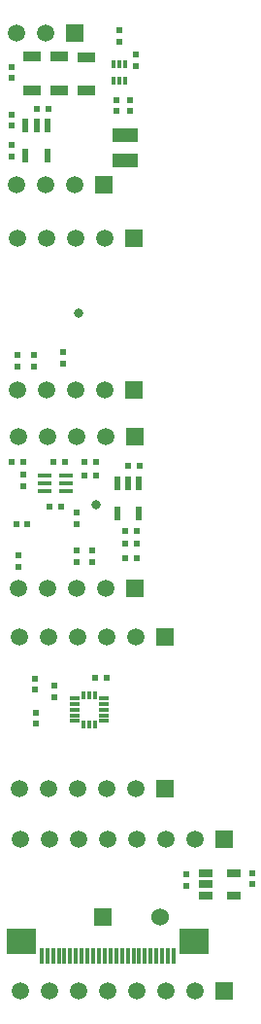
<source format=gbr>
%TF.GenerationSoftware,Altium Limited,Altium Designer,22.6.1 (34)*%
G04 Layer_Color=255*
%FSLAX45Y45*%
%MOMM*%
%TF.SameCoordinates,41C29604-6FBD-4392-AD62-CF0DA8D1722B*%
%TF.FilePolarity,Positive*%
%TF.FileFunction,Pads,Top*%
%TF.Part,CustomerPanel*%
G01*
G75*
%TA.AperFunction,SMDPad,CuDef*%
%ADD10R,0.62000X1.22000*%
%ADD11R,0.50000X0.60000*%
%ADD12R,0.60000X0.50000*%
%ADD13R,1.30000X0.40000*%
%ADD16R,1.60000X0.90000*%
%ADD17R,2.22000X1.24000*%
G04:AMPARAMS|DCode=18|XSize=0.71mm|YSize=0.35mm|CornerRadius=0.0875mm|HoleSize=0mm|Usage=FLASHONLY|Rotation=90.000|XOffset=0mm|YOffset=0mm|HoleType=Round|Shape=RoundedRectangle|*
%AMROUNDEDRECTD18*
21,1,0.71000,0.17500,0,0,90.0*
21,1,0.53501,0.35000,0,0,90.0*
1,1,0.17500,0.08750,0.26750*
1,1,0.17500,0.08750,-0.26750*
1,1,0.17500,-0.08750,-0.26750*
1,1,0.17500,-0.08750,0.26750*
%
%ADD18ROUNDEDRECTD18*%
%ADD20R,0.92500X0.30000*%
%ADD21R,0.30000X0.80000*%
%ADD22R,1.25000X0.70000*%
%ADD23R,2.64160X2.31140*%
%ADD24R,0.30480X1.39700*%
%TA.AperFunction,ComponentPad*%
%ADD25R,1.50000X1.50000*%
%ADD26C,1.50000*%
%ADD27C,0.80000*%
%ADD30C,1.52400*%
%ADD31R,1.52400X1.52400*%
D10*
X1032138Y4157440D02*
D03*
X842138D02*
D03*
Y4419440D02*
D03*
X937137D02*
D03*
X1032138D02*
D03*
X234700Y7535100D02*
D03*
X139699D02*
D03*
X44700D02*
D03*
Y7273100D02*
D03*
X234700D02*
D03*
D11*
X1037938Y4569339D02*
D03*
X937938D02*
D03*
X557636Y4607439D02*
D03*
X657636D02*
D03*
X1012538Y4007364D02*
D03*
X912538D02*
D03*
Y3896239D02*
D03*
X1012538D02*
D03*
X912538Y3769239D02*
D03*
X1012538D02*
D03*
X252136Y4218939D02*
D03*
X352135D02*
D03*
X390241Y4607439D02*
D03*
X290241D02*
D03*
X21941D02*
D03*
X-78059D02*
D03*
X60838Y4061339D02*
D03*
X-39162D02*
D03*
X557637Y4484439D02*
D03*
X657636D02*
D03*
X240500Y7681900D02*
D03*
X140500D02*
D03*
X748500Y2730500D02*
D03*
X648500D02*
D03*
D12*
X625988Y3831939D02*
D03*
Y3731939D02*
D03*
X492638Y3831939D02*
D03*
Y3731939D02*
D03*
X-15362Y3693039D02*
D03*
Y3793039D02*
D03*
X492638Y4068487D02*
D03*
Y4168486D02*
D03*
X22738Y4392336D02*
D03*
Y4492336D02*
D03*
X114300Y5536400D02*
D03*
Y5436400D02*
D03*
X-25400Y5536400D02*
D03*
Y5436400D02*
D03*
X372982Y5461800D02*
D03*
Y5561800D02*
D03*
X-76200Y7946952D02*
D03*
Y8046952D02*
D03*
Y7631900D02*
D03*
Y7531900D02*
D03*
Y7265200D02*
D03*
Y7365200D02*
D03*
X838200Y7658900D02*
D03*
Y7758900D02*
D03*
X1003300Y8152600D02*
D03*
Y8052600D02*
D03*
X859292Y8267700D02*
D03*
Y8367700D02*
D03*
X952500Y7658900D02*
D03*
Y7758900D02*
D03*
X131999Y2424900D02*
D03*
Y2324900D02*
D03*
X126999Y2621546D02*
D03*
Y2721546D02*
D03*
X291661Y2657227D02*
D03*
Y2557227D02*
D03*
X1447800Y1014401D02*
D03*
Y914401D02*
D03*
X2019300Y1027901D02*
D03*
Y927901D02*
D03*
D13*
X393136Y4484439D02*
D03*
Y4354442D02*
D03*
X211638D02*
D03*
X393136Y4419440D02*
D03*
X211638D02*
D03*
Y4484439D02*
D03*
D16*
X341478Y8133788D02*
D03*
Y7843788D02*
D03*
X575113Y8131979D02*
D03*
Y7841979D02*
D03*
X101600Y8133300D02*
D03*
Y7843300D02*
D03*
D17*
X914400Y7231600D02*
D03*
Y7449600D02*
D03*
D18*
X909292Y7925600D02*
D03*
X859292D02*
D03*
X809292Y7926600D02*
D03*
Y8067600D02*
D03*
X859292D02*
D03*
X909292D02*
D03*
D20*
X469900Y2550300D02*
D03*
Y2500300D02*
D03*
Y2450300D02*
D03*
Y2400300D02*
D03*
Y2350300D02*
D03*
X729900D02*
D03*
Y2400300D02*
D03*
Y2450300D02*
D03*
Y2500300D02*
D03*
Y2550300D02*
D03*
D21*
X549900Y2322800D02*
D03*
X599900D02*
D03*
X649900D02*
D03*
Y2577800D02*
D03*
X599900D02*
D03*
X549900D02*
D03*
D22*
X1619900Y1022901D02*
D03*
Y927901D02*
D03*
Y832901D02*
D03*
X1859900D02*
D03*
Y1022901D02*
D03*
D23*
X1511300Y431801D02*
D03*
X7620D02*
D03*
D24*
X185420Y304801D02*
D03*
X233680D02*
D03*
X284480D02*
D03*
X335280D02*
D03*
X383540D02*
D03*
X434340D02*
D03*
X485140D02*
D03*
X533400D02*
D03*
X584200D02*
D03*
X635000D02*
D03*
X683260D02*
D03*
X734060D02*
D03*
X784860D02*
D03*
X835660D02*
D03*
X883920D02*
D03*
X934720D02*
D03*
X985520D02*
D03*
X1033780D02*
D03*
X1084580D02*
D03*
X1135380D02*
D03*
X1183640D02*
D03*
X1234440D02*
D03*
X1285240D02*
D03*
X1333500D02*
D03*
D25*
X1000638Y4823339D02*
D03*
Y3502539D02*
D03*
X990600Y5232400D02*
D03*
Y6553200D02*
D03*
X723900Y7023100D02*
D03*
X469900Y8343900D02*
D03*
X1257300Y1765300D02*
D03*
Y3086100D02*
D03*
X1778000Y1320801D02*
D03*
Y1D02*
D03*
D26*
X746638Y4823339D02*
D03*
X492638D02*
D03*
X238638D02*
D03*
X-15362D02*
D03*
X746638Y3502539D02*
D03*
X492638D02*
D03*
X238638D02*
D03*
X-15362D02*
D03*
X736600Y5232400D02*
D03*
X482600D02*
D03*
X228600D02*
D03*
X-25400D02*
D03*
X736600Y6553200D02*
D03*
X482600D02*
D03*
X228600D02*
D03*
X-25400D02*
D03*
X-38100Y7023100D02*
D03*
X215900D02*
D03*
X469900D02*
D03*
X215900Y8343900D02*
D03*
X-38100D02*
D03*
X-12700Y1765300D02*
D03*
X241300D02*
D03*
X495300D02*
D03*
X749300D02*
D03*
X1003300D02*
D03*
Y3086100D02*
D03*
X749300D02*
D03*
X495300D02*
D03*
X241300D02*
D03*
X-12700D02*
D03*
X0Y1320801D02*
D03*
X254000D02*
D03*
X508000D02*
D03*
X762000D02*
D03*
X1016000D02*
D03*
X1270000D02*
D03*
X1524000D02*
D03*
X0Y1D02*
D03*
X254000D02*
D03*
X508000D02*
D03*
X762000D02*
D03*
X1016000D02*
D03*
X1270000D02*
D03*
X1524000D02*
D03*
D27*
X657636Y4237539D02*
D03*
X506607Y5902300D02*
D03*
D30*
X1215200Y647701D02*
D03*
D31*
X715200D02*
D03*
%TF.MD5,e778f835784d9d6b5f39e02112df22b7*%
M02*

</source>
